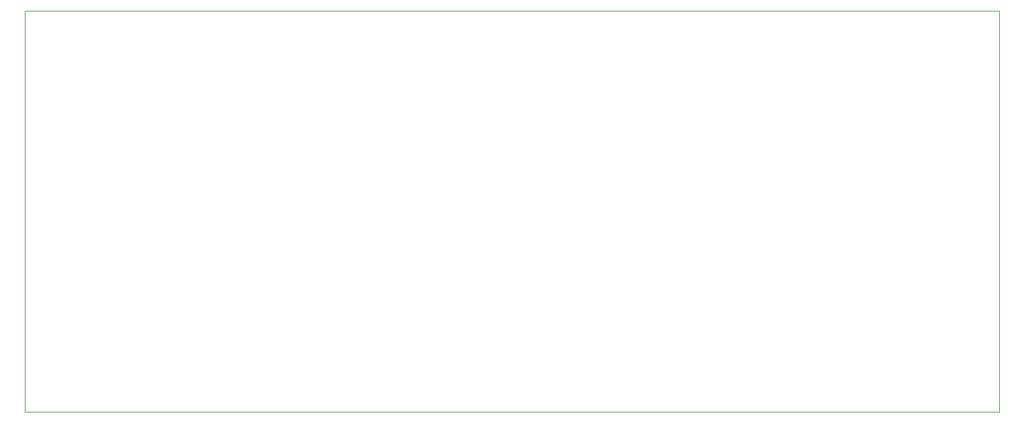
<source format=gbr>
%TF.GenerationSoftware,KiCad,Pcbnew,(6.0.10)*%
%TF.CreationDate,2023-02-17T09:13:03-08:00*%
%TF.ProjectId,exercise 1,65786572-6369-4736-9520-312e6b696361,rev?*%
%TF.SameCoordinates,Original*%
%TF.FileFunction,Profile,NP*%
%FSLAX46Y46*%
G04 Gerber Fmt 4.6, Leading zero omitted, Abs format (unit mm)*
G04 Created by KiCad (PCBNEW (6.0.10)) date 2023-02-17 09:13:03*
%MOMM*%
%LPD*%
G01*
G04 APERTURE LIST*
%TA.AperFunction,Profile*%
%ADD10C,0.100000*%
%TD*%
G04 APERTURE END LIST*
D10*
X86360000Y-43180000D02*
X215900000Y-43180000D01*
X215900000Y-43180000D02*
X215900000Y-96520000D01*
X215900000Y-96520000D02*
X86360000Y-96520000D01*
X86360000Y-96520000D02*
X86360000Y-43180000D01*
M02*

</source>
